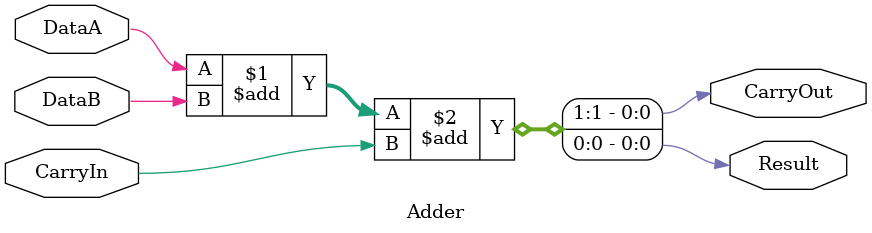
<source format=v>
/******************************************************************************
 ** Logisim goes FPGA automatic generated Verilog code                       **
 **                                                                          **
 ** Component : Adder                                                        **
 **                                                                          **
 ******************************************************************************/

`timescale 1ns/1ps
module Adder( CarryIn,
              DataA,
              DataB,
              CarryOut,
              Result);

   /***************************************************************************
    ** Here all module parameters are defined with a dummy value             **
    ***************************************************************************/
   parameter ExtendedBits = 1;
   parameter NrOfBits = 1;


   /***************************************************************************
    ** Here the inputs are defined                                           **
    ***************************************************************************/
   input  CarryIn;
   input[NrOfBits-1:0]  DataA;
   input[NrOfBits-1:0]  DataB;

   /***************************************************************************
    ** Here the outputs are defined                                          **
    ***************************************************************************/
   output CarryOut;
   output[NrOfBits-1:0] Result;

   /***************************************************************************
    ** Here the internal wires are defined                                   **
    ***************************************************************************/
   wire[ExtendedBits-1:0] s_extended_dataA;
   wire[ExtendedBits-1:0] s_extended_dataB;
   wire[ExtendedBits-1:0] s_sum_result;

    assign   {CarryOut,Result} = DataA + DataB + CarryIn;

endmodule

</source>
